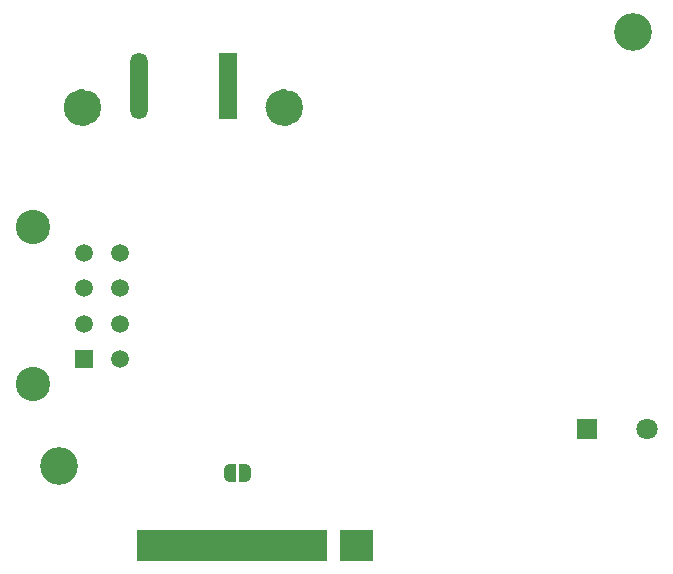
<source format=gbr>
%TF.GenerationSoftware,KiCad,Pcbnew,7.99.0-957-g18dd623122*%
%TF.CreationDate,2023-07-11T22:05:46+08:00*%
%TF.ProjectId,power,706f7765-722e-46b6-9963-61645f706362,V2*%
%TF.SameCoordinates,Original*%
%TF.FileFunction,Soldermask,Bot*%
%TF.FilePolarity,Negative*%
%FSLAX46Y46*%
G04 Gerber Fmt 4.6, Leading zero omitted, Abs format (unit mm)*
G04 Created by KiCad (PCBNEW 7.99.0-957-g18dd623122) date 2023-07-11 22:05:46*
%MOMM*%
%LPD*%
G01*
G04 APERTURE LIST*
G04 Aperture macros list*
%AMFreePoly0*
4,1,19,0.500000,-0.750000,0.000000,-0.750000,0.000000,-0.744911,-0.071157,-0.744911,-0.207708,-0.704816,-0.327430,-0.627875,-0.420627,-0.520320,-0.479746,-0.390866,-0.500000,-0.250000,-0.500000,0.250000,-0.479746,0.390866,-0.420627,0.520320,-0.327430,0.627875,-0.207708,0.704816,-0.071157,0.744911,0.000000,0.744911,0.000000,0.750000,0.500000,0.750000,0.500000,-0.750000,0.500000,-0.750000,
$1*%
%AMFreePoly1*
4,1,19,0.000000,0.744911,0.071157,0.744911,0.207708,0.704816,0.327430,0.627875,0.420627,0.520320,0.479746,0.390866,0.500000,0.250000,0.500000,-0.250000,0.479746,-0.390866,0.420627,-0.520320,0.327430,-0.627875,0.207708,-0.704816,0.071157,-0.744911,0.000000,-0.744911,0.000000,-0.750000,-0.500000,-0.750000,-0.500000,0.750000,0.000000,0.750000,0.000000,0.744911,0.000000,0.744911,
$1*%
G04 Aperture macros list end*
%ADD10C,1.576200*%
%ADD11C,0.100000*%
%ADD12C,3.000000*%
%ADD13R,1.500000X5.650000*%
%ADD14O,1.500000X5.650000*%
%ADD15R,1.520000X1.520000*%
%ADD16C,1.520000*%
%ADD17C,2.909999*%
%ADD18C,3.200000*%
%ADD19R,1.800000X1.800000*%
%ADD20C,1.800000*%
%ADD21FreePoly0,180.000000*%
%ADD22FreePoly1,180.000000*%
G04 APERTURE END LIST*
D10*
%TO.C,J1*%
X128528900Y-90262600D02*
G75*
G03*
X128528900Y-90262600I-788100J0D01*
G01*
X145618900Y-90262600D02*
G75*
G03*
X145618900Y-90262600I-788100J0D01*
G01*
D11*
%TO.C,J2*%
X148325200Y-128550400D02*
X132375200Y-128550400D01*
X132375200Y-126050400D01*
X148325200Y-126050400D01*
X148325200Y-128550400D01*
G36*
X148325200Y-128550400D02*
G01*
X132375200Y-128550400D01*
X132375200Y-126050400D01*
X148325200Y-126050400D01*
X148325200Y-128550400D01*
G37*
X152225200Y-128550400D02*
X149525200Y-128550400D01*
X149525200Y-126050400D01*
X152225200Y-126050400D01*
X152225200Y-128550400D01*
G36*
X152225200Y-128550400D02*
G01*
X149525200Y-128550400D01*
X149525200Y-126050400D01*
X152225200Y-126050400D01*
X152225200Y-128550400D01*
G37*
%TD*%
D12*
%TO.C,J1*%
X127740800Y-90262600D03*
X144830800Y-90262600D03*
D13*
X140030800Y-88457600D03*
D14*
X132540800Y-88457600D03*
%TD*%
D15*
%TO.C,J3*%
X127894999Y-111554648D03*
D16*
X127894999Y-108554649D03*
X127894999Y-105554650D03*
X127894999Y-102554651D03*
X130894998Y-111554648D03*
X130894998Y-108554649D03*
X130894998Y-105554650D03*
X130894998Y-102554651D03*
D17*
X123575000Y-113704646D03*
X123575000Y-100404653D03*
%TD*%
D18*
%TO.C,H2*%
X125730000Y-120624600D03*
%TD*%
%TO.C,H1*%
X174320200Y-83896200D03*
%TD*%
D19*
%TO.C,J4*%
X170499400Y-117500400D03*
D20*
X175499400Y-117500400D03*
%TD*%
D21*
%TO.C,JP1*%
X141533400Y-121183400D03*
D22*
X140233400Y-121183400D03*
%TD*%
M02*

</source>
